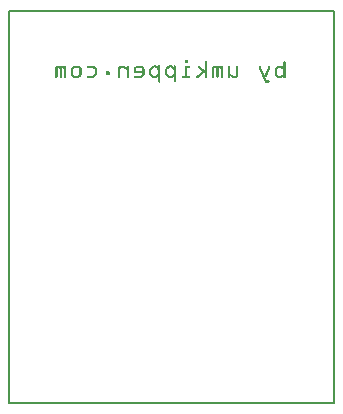
<source format=gbo>
G04 MADE WITH FRITZING*
G04 WWW.FRITZING.ORG*
G04 DOUBLE SIDED*
G04 HOLES PLATED*
G04 CONTOUR ON CENTER OF CONTOUR VECTOR*
%ASAXBY*%
%FSLAX23Y23*%
%MOIN*%
%OFA0B0*%
%SFA1.0B1.0*%
%ADD10R,1.091190X1.314330X1.075190X1.298330*%
%ADD11C,0.008000*%
%ADD12R,0.001000X0.001000*%
%LNSILK0*%
G90*
G70*
G54D11*
X4Y1310D02*
X1087Y1310D01*
X1087Y4D01*
X4Y4D01*
X4Y1310D01*
D02*
G54D12*
X592Y1146D02*
X598Y1146D01*
X591Y1145D02*
X599Y1145D01*
X590Y1144D02*
X600Y1144D01*
X590Y1143D02*
X600Y1143D01*
X659Y1143D02*
X661Y1143D01*
X920Y1143D02*
X922Y1143D01*
X590Y1142D02*
X600Y1142D01*
X657Y1142D02*
X662Y1142D01*
X919Y1142D02*
X923Y1142D01*
X590Y1141D02*
X600Y1141D01*
X657Y1141D02*
X663Y1141D01*
X918Y1141D02*
X924Y1141D01*
X590Y1140D02*
X600Y1140D01*
X657Y1140D02*
X663Y1140D01*
X918Y1140D02*
X924Y1140D01*
X590Y1139D02*
X600Y1139D01*
X657Y1139D02*
X663Y1139D01*
X918Y1139D02*
X924Y1139D01*
X591Y1138D02*
X599Y1138D01*
X657Y1138D02*
X663Y1138D01*
X918Y1138D02*
X924Y1138D01*
X591Y1137D02*
X598Y1137D01*
X657Y1137D02*
X663Y1137D01*
X918Y1137D02*
X924Y1137D01*
X657Y1136D02*
X663Y1136D01*
X918Y1136D02*
X924Y1136D01*
X657Y1135D02*
X663Y1135D01*
X918Y1135D02*
X924Y1135D01*
X657Y1134D02*
X663Y1134D01*
X918Y1134D02*
X924Y1134D01*
X657Y1133D02*
X663Y1133D01*
X918Y1133D02*
X924Y1133D01*
X657Y1132D02*
X663Y1132D01*
X918Y1132D02*
X924Y1132D01*
X657Y1131D02*
X663Y1131D01*
X918Y1131D02*
X924Y1131D01*
X657Y1130D02*
X663Y1130D01*
X918Y1130D02*
X924Y1130D01*
X485Y1129D02*
X492Y1129D01*
X501Y1129D02*
X504Y1129D01*
X537Y1129D02*
X545Y1129D01*
X554Y1129D02*
X557Y1129D01*
X657Y1129D02*
X663Y1129D01*
X918Y1129D02*
X924Y1129D01*
X179Y1128D02*
X181Y1128D01*
X190Y1128D02*
X190Y1128D01*
X221Y1128D02*
X233Y1128D01*
X265Y1128D02*
X281Y1128D01*
X376Y1128D02*
X383Y1128D01*
X398Y1128D02*
X399Y1128D01*
X431Y1128D02*
X442Y1128D01*
X483Y1128D02*
X494Y1128D01*
X500Y1128D02*
X505Y1128D01*
X535Y1128D02*
X547Y1128D01*
X553Y1128D02*
X558Y1128D01*
X593Y1128D02*
X604Y1128D01*
X634Y1128D02*
X635Y1128D01*
X657Y1128D02*
X663Y1128D01*
X702Y1128D02*
X704Y1128D01*
X712Y1128D02*
X713Y1128D01*
X735Y1128D02*
X736Y1128D01*
X764Y1128D02*
X764Y1128D01*
X840Y1128D02*
X840Y1128D01*
X868Y1128D02*
X869Y1128D01*
X901Y1128D02*
X908Y1128D01*
X918Y1128D02*
X924Y1128D01*
X163Y1127D02*
X169Y1127D01*
X176Y1127D02*
X184Y1127D01*
X188Y1127D02*
X192Y1127D01*
X218Y1127D02*
X236Y1127D01*
X263Y1127D02*
X285Y1127D01*
X373Y1127D02*
X386Y1127D01*
X396Y1127D02*
X400Y1127D01*
X427Y1127D02*
X445Y1127D01*
X481Y1127D02*
X496Y1127D01*
X500Y1127D02*
X506Y1127D01*
X533Y1127D02*
X548Y1127D01*
X552Y1127D02*
X558Y1127D01*
X591Y1127D02*
X606Y1127D01*
X633Y1127D02*
X637Y1127D01*
X657Y1127D02*
X663Y1127D01*
X685Y1127D02*
X692Y1127D01*
X699Y1127D02*
X707Y1127D01*
X710Y1127D02*
X715Y1127D01*
X733Y1127D02*
X738Y1127D01*
X762Y1127D02*
X766Y1127D01*
X838Y1127D02*
X842Y1127D01*
X867Y1127D02*
X871Y1127D01*
X898Y1127D02*
X912Y1127D01*
X918Y1127D02*
X924Y1127D01*
X161Y1126D02*
X171Y1126D01*
X175Y1126D02*
X185Y1126D01*
X187Y1126D02*
X193Y1126D01*
X217Y1126D02*
X238Y1126D01*
X262Y1126D02*
X286Y1126D01*
X371Y1126D02*
X388Y1126D01*
X396Y1126D02*
X401Y1126D01*
X426Y1126D02*
X447Y1126D01*
X480Y1126D02*
X497Y1126D01*
X500Y1126D02*
X506Y1126D01*
X532Y1126D02*
X549Y1126D01*
X552Y1126D02*
X558Y1126D01*
X590Y1126D02*
X607Y1126D01*
X632Y1126D02*
X638Y1126D01*
X657Y1126D02*
X663Y1126D01*
X683Y1126D02*
X694Y1126D01*
X698Y1126D02*
X708Y1126D01*
X710Y1126D02*
X715Y1126D01*
X733Y1126D02*
X738Y1126D01*
X761Y1126D02*
X766Y1126D01*
X837Y1126D02*
X843Y1126D01*
X866Y1126D02*
X871Y1126D01*
X896Y1126D02*
X914Y1126D01*
X918Y1126D02*
X924Y1126D01*
X160Y1125D02*
X172Y1125D01*
X174Y1125D02*
X193Y1125D01*
X216Y1125D02*
X239Y1125D01*
X262Y1125D02*
X288Y1125D01*
X370Y1125D02*
X389Y1125D01*
X395Y1125D02*
X401Y1125D01*
X425Y1125D02*
X448Y1125D01*
X479Y1125D02*
X498Y1125D01*
X500Y1125D02*
X506Y1125D01*
X531Y1125D02*
X550Y1125D01*
X552Y1125D02*
X558Y1125D01*
X590Y1125D02*
X607Y1125D01*
X632Y1125D02*
X639Y1125D01*
X657Y1125D02*
X663Y1125D01*
X682Y1125D02*
X695Y1125D01*
X697Y1125D02*
X716Y1125D01*
X732Y1125D02*
X739Y1125D01*
X761Y1125D02*
X767Y1125D01*
X837Y1125D02*
X843Y1125D01*
X866Y1125D02*
X872Y1125D01*
X895Y1125D02*
X915Y1125D01*
X918Y1125D02*
X924Y1125D01*
X159Y1124D02*
X193Y1124D01*
X214Y1124D02*
X240Y1124D01*
X262Y1124D02*
X289Y1124D01*
X369Y1124D02*
X391Y1124D01*
X395Y1124D02*
X402Y1124D01*
X423Y1124D02*
X449Y1124D01*
X477Y1124D02*
X506Y1124D01*
X530Y1124D02*
X558Y1124D01*
X590Y1124D02*
X607Y1124D01*
X632Y1124D02*
X640Y1124D01*
X657Y1124D02*
X663Y1124D01*
X682Y1124D02*
X716Y1124D01*
X732Y1124D02*
X739Y1124D01*
X761Y1124D02*
X767Y1124D01*
X837Y1124D02*
X843Y1124D01*
X866Y1124D02*
X872Y1124D01*
X894Y1124D02*
X916Y1124D01*
X918Y1124D02*
X924Y1124D01*
X158Y1123D02*
X193Y1123D01*
X213Y1123D02*
X241Y1123D01*
X262Y1123D02*
X290Y1123D01*
X369Y1123D02*
X393Y1123D01*
X395Y1123D02*
X402Y1123D01*
X422Y1123D02*
X450Y1123D01*
X476Y1123D02*
X506Y1123D01*
X529Y1123D02*
X558Y1123D01*
X590Y1123D02*
X607Y1123D01*
X632Y1123D02*
X641Y1123D01*
X657Y1123D02*
X663Y1123D01*
X681Y1123D02*
X716Y1123D01*
X732Y1123D02*
X739Y1123D01*
X761Y1123D02*
X767Y1123D01*
X837Y1123D02*
X843Y1123D01*
X866Y1123D02*
X872Y1123D01*
X893Y1123D02*
X924Y1123D01*
X158Y1122D02*
X193Y1122D01*
X212Y1122D02*
X242Y1122D01*
X263Y1122D02*
X291Y1122D01*
X368Y1122D02*
X402Y1122D01*
X421Y1122D02*
X451Y1122D01*
X475Y1122D02*
X486Y1122D01*
X491Y1122D02*
X506Y1122D01*
X528Y1122D02*
X538Y1122D01*
X543Y1122D02*
X558Y1122D01*
X590Y1122D02*
X606Y1122D01*
X633Y1122D02*
X643Y1122D01*
X657Y1122D02*
X663Y1122D01*
X681Y1122D02*
X716Y1122D01*
X732Y1122D02*
X739Y1122D01*
X761Y1122D02*
X767Y1122D01*
X837Y1122D02*
X843Y1122D01*
X866Y1122D02*
X872Y1122D01*
X892Y1122D02*
X924Y1122D01*
X158Y1121D02*
X193Y1121D01*
X212Y1121D02*
X243Y1121D01*
X265Y1121D02*
X292Y1121D01*
X368Y1121D02*
X402Y1121D01*
X421Y1121D02*
X452Y1121D01*
X474Y1121D02*
X484Y1121D01*
X493Y1121D02*
X506Y1121D01*
X526Y1121D02*
X537Y1121D01*
X545Y1121D02*
X558Y1121D01*
X590Y1121D02*
X604Y1121D01*
X634Y1121D02*
X644Y1121D01*
X657Y1121D02*
X663Y1121D01*
X680Y1121D02*
X716Y1121D01*
X732Y1121D02*
X739Y1121D01*
X761Y1121D02*
X767Y1121D01*
X837Y1121D02*
X843Y1121D01*
X866Y1121D02*
X872Y1121D01*
X891Y1121D02*
X924Y1121D01*
X158Y1120D02*
X164Y1120D01*
X168Y1120D02*
X178Y1120D01*
X182Y1120D02*
X193Y1120D01*
X211Y1120D02*
X220Y1120D01*
X235Y1120D02*
X243Y1120D01*
X283Y1120D02*
X293Y1120D01*
X367Y1120D02*
X375Y1120D01*
X385Y1120D02*
X402Y1120D01*
X420Y1120D02*
X429Y1120D01*
X444Y1120D02*
X452Y1120D01*
X473Y1120D02*
X483Y1120D01*
X494Y1120D02*
X506Y1120D01*
X526Y1120D02*
X535Y1120D01*
X546Y1120D02*
X558Y1120D01*
X590Y1120D02*
X596Y1120D01*
X635Y1120D02*
X645Y1120D01*
X657Y1120D02*
X663Y1120D01*
X680Y1120D02*
X687Y1120D01*
X691Y1120D02*
X701Y1120D01*
X705Y1120D02*
X716Y1120D01*
X732Y1120D02*
X739Y1120D01*
X761Y1120D02*
X767Y1120D01*
X837Y1120D02*
X843Y1120D01*
X866Y1120D02*
X872Y1120D01*
X890Y1120D02*
X899Y1120D01*
X910Y1120D02*
X924Y1120D01*
X158Y1119D02*
X164Y1119D01*
X169Y1119D02*
X178Y1119D01*
X183Y1119D02*
X193Y1119D01*
X211Y1119D02*
X218Y1119D01*
X236Y1119D02*
X244Y1119D01*
X284Y1119D02*
X294Y1119D01*
X367Y1119D02*
X374Y1119D01*
X386Y1119D02*
X402Y1119D01*
X420Y1119D02*
X427Y1119D01*
X445Y1119D02*
X453Y1119D01*
X473Y1119D02*
X482Y1119D01*
X495Y1119D02*
X506Y1119D01*
X525Y1119D02*
X534Y1119D01*
X547Y1119D02*
X558Y1119D01*
X590Y1119D02*
X596Y1119D01*
X636Y1119D02*
X646Y1119D01*
X657Y1119D02*
X663Y1119D01*
X680Y1119D02*
X686Y1119D01*
X692Y1119D02*
X701Y1119D01*
X706Y1119D02*
X716Y1119D01*
X732Y1119D02*
X739Y1119D01*
X761Y1119D02*
X767Y1119D01*
X837Y1119D02*
X843Y1119D01*
X865Y1119D02*
X872Y1119D01*
X890Y1119D02*
X898Y1119D01*
X911Y1119D02*
X924Y1119D01*
X158Y1118D02*
X164Y1118D01*
X170Y1118D02*
X178Y1118D01*
X185Y1118D02*
X193Y1118D01*
X210Y1118D02*
X217Y1118D01*
X237Y1118D02*
X244Y1118D01*
X286Y1118D02*
X295Y1118D01*
X367Y1118D02*
X373Y1118D01*
X388Y1118D02*
X402Y1118D01*
X419Y1118D02*
X427Y1118D01*
X446Y1118D02*
X453Y1118D01*
X472Y1118D02*
X481Y1118D01*
X496Y1118D02*
X506Y1118D01*
X524Y1118D02*
X533Y1118D01*
X548Y1118D02*
X558Y1118D01*
X590Y1118D02*
X596Y1118D01*
X637Y1118D02*
X647Y1118D01*
X657Y1118D02*
X663Y1118D01*
X680Y1118D02*
X686Y1118D01*
X693Y1118D02*
X701Y1118D01*
X707Y1118D02*
X716Y1118D01*
X732Y1118D02*
X739Y1118D01*
X761Y1118D02*
X767Y1118D01*
X837Y1118D02*
X844Y1118D01*
X865Y1118D02*
X872Y1118D01*
X890Y1118D02*
X897Y1118D01*
X913Y1118D02*
X924Y1118D01*
X158Y1117D02*
X164Y1117D01*
X171Y1117D02*
X178Y1117D01*
X186Y1117D02*
X193Y1117D01*
X210Y1117D02*
X217Y1117D01*
X238Y1117D02*
X245Y1117D01*
X287Y1117D02*
X296Y1117D01*
X367Y1117D02*
X373Y1117D01*
X389Y1117D02*
X402Y1117D01*
X419Y1117D02*
X426Y1117D01*
X447Y1117D02*
X454Y1117D01*
X472Y1117D02*
X480Y1117D01*
X497Y1117D02*
X506Y1117D01*
X524Y1117D02*
X532Y1117D01*
X549Y1117D02*
X558Y1117D01*
X590Y1117D02*
X596Y1117D01*
X638Y1117D02*
X648Y1117D01*
X657Y1117D02*
X663Y1117D01*
X680Y1117D02*
X686Y1117D01*
X694Y1117D02*
X701Y1117D01*
X708Y1117D02*
X716Y1117D01*
X732Y1117D02*
X739Y1117D01*
X761Y1117D02*
X767Y1117D01*
X837Y1117D02*
X844Y1117D01*
X865Y1117D02*
X872Y1117D01*
X889Y1117D02*
X896Y1117D01*
X914Y1117D02*
X924Y1117D01*
X158Y1116D02*
X164Y1116D01*
X172Y1116D02*
X178Y1116D01*
X187Y1116D02*
X193Y1116D01*
X210Y1116D02*
X216Y1116D01*
X238Y1116D02*
X245Y1116D01*
X288Y1116D02*
X296Y1116D01*
X367Y1116D02*
X373Y1116D01*
X391Y1116D02*
X402Y1116D01*
X419Y1116D02*
X425Y1116D01*
X447Y1116D02*
X454Y1116D01*
X471Y1116D02*
X479Y1116D01*
X498Y1116D02*
X506Y1116D01*
X524Y1116D02*
X531Y1116D01*
X550Y1116D02*
X558Y1116D01*
X590Y1116D02*
X596Y1116D01*
X639Y1116D02*
X650Y1116D01*
X657Y1116D02*
X663Y1116D01*
X680Y1116D02*
X686Y1116D01*
X694Y1116D02*
X701Y1116D01*
X709Y1116D02*
X716Y1116D01*
X732Y1116D02*
X739Y1116D01*
X761Y1116D02*
X767Y1116D01*
X838Y1116D02*
X845Y1116D01*
X864Y1116D02*
X871Y1116D01*
X889Y1116D02*
X896Y1116D01*
X915Y1116D02*
X924Y1116D01*
X158Y1115D02*
X164Y1115D01*
X172Y1115D02*
X178Y1115D01*
X187Y1115D02*
X193Y1115D01*
X210Y1115D02*
X216Y1115D01*
X238Y1115D02*
X245Y1115D01*
X289Y1115D02*
X297Y1115D01*
X367Y1115D02*
X373Y1115D01*
X393Y1115D02*
X402Y1115D01*
X419Y1115D02*
X425Y1115D01*
X447Y1115D02*
X454Y1115D01*
X471Y1115D02*
X478Y1115D01*
X498Y1115D02*
X506Y1115D01*
X523Y1115D02*
X530Y1115D01*
X551Y1115D02*
X558Y1115D01*
X590Y1115D02*
X596Y1115D01*
X641Y1115D02*
X651Y1115D01*
X657Y1115D02*
X663Y1115D01*
X680Y1115D02*
X686Y1115D01*
X694Y1115D02*
X701Y1115D01*
X709Y1115D02*
X716Y1115D01*
X732Y1115D02*
X739Y1115D01*
X761Y1115D02*
X767Y1115D01*
X838Y1115D02*
X845Y1115D01*
X864Y1115D02*
X871Y1115D01*
X889Y1115D02*
X895Y1115D01*
X916Y1115D02*
X924Y1115D01*
X158Y1114D02*
X164Y1114D01*
X172Y1114D02*
X178Y1114D01*
X187Y1114D02*
X193Y1114D01*
X210Y1114D02*
X216Y1114D01*
X238Y1114D02*
X245Y1114D01*
X290Y1114D02*
X297Y1114D01*
X367Y1114D02*
X373Y1114D01*
X394Y1114D02*
X402Y1114D01*
X419Y1114D02*
X425Y1114D01*
X447Y1114D02*
X454Y1114D01*
X471Y1114D02*
X477Y1114D01*
X499Y1114D02*
X506Y1114D01*
X523Y1114D02*
X530Y1114D01*
X552Y1114D02*
X558Y1114D01*
X590Y1114D02*
X596Y1114D01*
X642Y1114D02*
X652Y1114D01*
X657Y1114D02*
X663Y1114D01*
X680Y1114D02*
X686Y1114D01*
X694Y1114D02*
X701Y1114D01*
X709Y1114D02*
X716Y1114D01*
X732Y1114D02*
X739Y1114D01*
X761Y1114D02*
X767Y1114D01*
X838Y1114D02*
X845Y1114D01*
X863Y1114D02*
X870Y1114D01*
X889Y1114D02*
X895Y1114D01*
X917Y1114D02*
X924Y1114D01*
X158Y1113D02*
X164Y1113D01*
X172Y1113D02*
X178Y1113D01*
X187Y1113D02*
X193Y1113D01*
X210Y1113D02*
X216Y1113D01*
X238Y1113D02*
X245Y1113D01*
X290Y1113D02*
X297Y1113D01*
X367Y1113D02*
X373Y1113D01*
X395Y1113D02*
X402Y1113D01*
X419Y1113D02*
X425Y1113D01*
X447Y1113D02*
X454Y1113D01*
X471Y1113D02*
X477Y1113D01*
X500Y1113D02*
X506Y1113D01*
X523Y1113D02*
X530Y1113D01*
X552Y1113D02*
X558Y1113D01*
X590Y1113D02*
X596Y1113D01*
X643Y1113D02*
X653Y1113D01*
X657Y1113D02*
X663Y1113D01*
X680Y1113D02*
X686Y1113D01*
X694Y1113D02*
X701Y1113D01*
X709Y1113D02*
X716Y1113D01*
X732Y1113D02*
X739Y1113D01*
X761Y1113D02*
X767Y1113D01*
X839Y1113D02*
X846Y1113D01*
X863Y1113D02*
X870Y1113D01*
X889Y1113D02*
X895Y1113D01*
X918Y1113D02*
X924Y1113D01*
X158Y1112D02*
X164Y1112D01*
X172Y1112D02*
X178Y1112D01*
X187Y1112D02*
X193Y1112D01*
X210Y1112D02*
X216Y1112D01*
X238Y1112D02*
X245Y1112D01*
X291Y1112D02*
X297Y1112D01*
X367Y1112D02*
X373Y1112D01*
X395Y1112D02*
X402Y1112D01*
X419Y1112D02*
X425Y1112D01*
X447Y1112D02*
X454Y1112D01*
X471Y1112D02*
X477Y1112D01*
X500Y1112D02*
X506Y1112D01*
X523Y1112D02*
X530Y1112D01*
X552Y1112D02*
X558Y1112D01*
X590Y1112D02*
X596Y1112D01*
X644Y1112D02*
X654Y1112D01*
X657Y1112D02*
X663Y1112D01*
X680Y1112D02*
X686Y1112D01*
X694Y1112D02*
X701Y1112D01*
X709Y1112D02*
X716Y1112D01*
X732Y1112D02*
X739Y1112D01*
X761Y1112D02*
X767Y1112D01*
X839Y1112D02*
X846Y1112D01*
X862Y1112D02*
X869Y1112D01*
X889Y1112D02*
X895Y1112D01*
X918Y1112D02*
X924Y1112D01*
X158Y1111D02*
X164Y1111D01*
X172Y1111D02*
X178Y1111D01*
X187Y1111D02*
X193Y1111D01*
X210Y1111D02*
X216Y1111D01*
X238Y1111D02*
X245Y1111D01*
X291Y1111D02*
X297Y1111D01*
X367Y1111D02*
X373Y1111D01*
X395Y1111D02*
X402Y1111D01*
X419Y1111D02*
X425Y1111D01*
X447Y1111D02*
X454Y1111D01*
X471Y1111D02*
X477Y1111D01*
X500Y1111D02*
X506Y1111D01*
X523Y1111D02*
X530Y1111D01*
X552Y1111D02*
X558Y1111D01*
X590Y1111D02*
X596Y1111D01*
X645Y1111D02*
X663Y1111D01*
X680Y1111D02*
X686Y1111D01*
X694Y1111D02*
X701Y1111D01*
X709Y1111D02*
X716Y1111D01*
X732Y1111D02*
X739Y1111D01*
X761Y1111D02*
X767Y1111D01*
X840Y1111D02*
X847Y1111D01*
X862Y1111D02*
X869Y1111D01*
X889Y1111D02*
X895Y1111D01*
X918Y1111D02*
X924Y1111D01*
X158Y1110D02*
X164Y1110D01*
X172Y1110D02*
X178Y1110D01*
X187Y1110D02*
X193Y1110D01*
X210Y1110D02*
X216Y1110D01*
X238Y1110D02*
X245Y1110D01*
X291Y1110D02*
X297Y1110D01*
X367Y1110D02*
X373Y1110D01*
X395Y1110D02*
X402Y1110D01*
X419Y1110D02*
X425Y1110D01*
X447Y1110D02*
X454Y1110D01*
X471Y1110D02*
X477Y1110D01*
X500Y1110D02*
X506Y1110D01*
X523Y1110D02*
X530Y1110D01*
X552Y1110D02*
X558Y1110D01*
X590Y1110D02*
X596Y1110D01*
X646Y1110D02*
X663Y1110D01*
X680Y1110D02*
X686Y1110D01*
X694Y1110D02*
X701Y1110D01*
X709Y1110D02*
X716Y1110D01*
X732Y1110D02*
X739Y1110D01*
X761Y1110D02*
X767Y1110D01*
X840Y1110D02*
X847Y1110D01*
X862Y1110D02*
X869Y1110D01*
X889Y1110D02*
X895Y1110D01*
X918Y1110D02*
X924Y1110D01*
X158Y1109D02*
X164Y1109D01*
X172Y1109D02*
X178Y1109D01*
X187Y1109D02*
X193Y1109D01*
X210Y1109D02*
X216Y1109D01*
X238Y1109D02*
X245Y1109D01*
X291Y1109D02*
X297Y1109D01*
X327Y1109D02*
X337Y1109D01*
X367Y1109D02*
X373Y1109D01*
X395Y1109D02*
X402Y1109D01*
X419Y1109D02*
X454Y1109D01*
X471Y1109D02*
X477Y1109D01*
X500Y1109D02*
X506Y1109D01*
X523Y1109D02*
X530Y1109D01*
X552Y1109D02*
X558Y1109D01*
X590Y1109D02*
X596Y1109D01*
X647Y1109D02*
X663Y1109D01*
X680Y1109D02*
X686Y1109D01*
X694Y1109D02*
X701Y1109D01*
X709Y1109D02*
X716Y1109D01*
X732Y1109D02*
X739Y1109D01*
X761Y1109D02*
X767Y1109D01*
X841Y1109D02*
X848Y1109D01*
X861Y1109D02*
X868Y1109D01*
X889Y1109D02*
X895Y1109D01*
X918Y1109D02*
X924Y1109D01*
X158Y1108D02*
X164Y1108D01*
X172Y1108D02*
X178Y1108D01*
X187Y1108D02*
X193Y1108D01*
X210Y1108D02*
X216Y1108D01*
X238Y1108D02*
X245Y1108D01*
X291Y1108D02*
X297Y1108D01*
X326Y1108D02*
X338Y1108D01*
X367Y1108D02*
X373Y1108D01*
X395Y1108D02*
X402Y1108D01*
X419Y1108D02*
X454Y1108D01*
X471Y1108D02*
X477Y1108D01*
X500Y1108D02*
X506Y1108D01*
X523Y1108D02*
X530Y1108D01*
X552Y1108D02*
X558Y1108D01*
X590Y1108D02*
X596Y1108D01*
X646Y1108D02*
X663Y1108D01*
X680Y1108D02*
X686Y1108D01*
X694Y1108D02*
X701Y1108D01*
X709Y1108D02*
X716Y1108D01*
X732Y1108D02*
X739Y1108D01*
X761Y1108D02*
X767Y1108D01*
X841Y1108D02*
X848Y1108D01*
X861Y1108D02*
X868Y1108D01*
X889Y1108D02*
X895Y1108D01*
X918Y1108D02*
X924Y1108D01*
X158Y1107D02*
X164Y1107D01*
X172Y1107D02*
X178Y1107D01*
X187Y1107D02*
X193Y1107D01*
X210Y1107D02*
X216Y1107D01*
X238Y1107D02*
X245Y1107D01*
X291Y1107D02*
X297Y1107D01*
X325Y1107D02*
X338Y1107D01*
X367Y1107D02*
X373Y1107D01*
X395Y1107D02*
X402Y1107D01*
X419Y1107D02*
X454Y1107D01*
X471Y1107D02*
X477Y1107D01*
X500Y1107D02*
X506Y1107D01*
X523Y1107D02*
X530Y1107D01*
X552Y1107D02*
X558Y1107D01*
X590Y1107D02*
X596Y1107D01*
X645Y1107D02*
X663Y1107D01*
X680Y1107D02*
X686Y1107D01*
X694Y1107D02*
X701Y1107D01*
X709Y1107D02*
X716Y1107D01*
X732Y1107D02*
X739Y1107D01*
X761Y1107D02*
X767Y1107D01*
X842Y1107D02*
X849Y1107D01*
X860Y1107D02*
X867Y1107D01*
X889Y1107D02*
X895Y1107D01*
X918Y1107D02*
X924Y1107D01*
X158Y1106D02*
X164Y1106D01*
X172Y1106D02*
X178Y1106D01*
X187Y1106D02*
X193Y1106D01*
X210Y1106D02*
X216Y1106D01*
X238Y1106D02*
X245Y1106D01*
X291Y1106D02*
X297Y1106D01*
X325Y1106D02*
X339Y1106D01*
X367Y1106D02*
X373Y1106D01*
X395Y1106D02*
X402Y1106D01*
X419Y1106D02*
X454Y1106D01*
X471Y1106D02*
X477Y1106D01*
X500Y1106D02*
X506Y1106D01*
X523Y1106D02*
X530Y1106D01*
X552Y1106D02*
X558Y1106D01*
X590Y1106D02*
X596Y1106D01*
X644Y1106D02*
X663Y1106D01*
X680Y1106D02*
X686Y1106D01*
X694Y1106D02*
X701Y1106D01*
X709Y1106D02*
X716Y1106D01*
X732Y1106D02*
X739Y1106D01*
X761Y1106D02*
X767Y1106D01*
X842Y1106D02*
X849Y1106D01*
X860Y1106D02*
X867Y1106D01*
X889Y1106D02*
X895Y1106D01*
X918Y1106D02*
X924Y1106D01*
X158Y1105D02*
X164Y1105D01*
X172Y1105D02*
X178Y1105D01*
X187Y1105D02*
X193Y1105D01*
X210Y1105D02*
X216Y1105D01*
X238Y1105D02*
X245Y1105D01*
X291Y1105D02*
X297Y1105D01*
X325Y1105D02*
X339Y1105D01*
X367Y1105D02*
X373Y1105D01*
X395Y1105D02*
X402Y1105D01*
X419Y1105D02*
X454Y1105D01*
X471Y1105D02*
X477Y1105D01*
X500Y1105D02*
X506Y1105D01*
X523Y1105D02*
X530Y1105D01*
X552Y1105D02*
X558Y1105D01*
X590Y1105D02*
X596Y1105D01*
X643Y1105D02*
X663Y1105D01*
X680Y1105D02*
X686Y1105D01*
X694Y1105D02*
X701Y1105D01*
X709Y1105D02*
X716Y1105D01*
X732Y1105D02*
X739Y1105D01*
X761Y1105D02*
X767Y1105D01*
X842Y1105D02*
X849Y1105D01*
X859Y1105D02*
X866Y1105D01*
X889Y1105D02*
X895Y1105D01*
X918Y1105D02*
X924Y1105D01*
X158Y1104D02*
X164Y1104D01*
X172Y1104D02*
X178Y1104D01*
X187Y1104D02*
X193Y1104D01*
X210Y1104D02*
X216Y1104D01*
X238Y1104D02*
X245Y1104D01*
X291Y1104D02*
X297Y1104D01*
X325Y1104D02*
X339Y1104D01*
X367Y1104D02*
X373Y1104D01*
X395Y1104D02*
X402Y1104D01*
X420Y1104D02*
X454Y1104D01*
X471Y1104D02*
X477Y1104D01*
X500Y1104D02*
X506Y1104D01*
X523Y1104D02*
X530Y1104D01*
X552Y1104D02*
X558Y1104D01*
X590Y1104D02*
X596Y1104D01*
X641Y1104D02*
X663Y1104D01*
X680Y1104D02*
X686Y1104D01*
X694Y1104D02*
X701Y1104D01*
X709Y1104D02*
X716Y1104D01*
X732Y1104D02*
X739Y1104D01*
X761Y1104D02*
X767Y1104D01*
X843Y1104D02*
X850Y1104D01*
X859Y1104D02*
X866Y1104D01*
X889Y1104D02*
X895Y1104D01*
X918Y1104D02*
X924Y1104D01*
X158Y1103D02*
X164Y1103D01*
X172Y1103D02*
X178Y1103D01*
X187Y1103D02*
X193Y1103D01*
X210Y1103D02*
X216Y1103D01*
X238Y1103D02*
X245Y1103D01*
X291Y1103D02*
X297Y1103D01*
X325Y1103D02*
X339Y1103D01*
X367Y1103D02*
X373Y1103D01*
X395Y1103D02*
X402Y1103D01*
X421Y1103D02*
X454Y1103D01*
X471Y1103D02*
X477Y1103D01*
X500Y1103D02*
X506Y1103D01*
X523Y1103D02*
X530Y1103D01*
X552Y1103D02*
X558Y1103D01*
X590Y1103D02*
X596Y1103D01*
X640Y1103D02*
X650Y1103D01*
X655Y1103D02*
X663Y1103D01*
X680Y1103D02*
X686Y1103D01*
X694Y1103D02*
X701Y1103D01*
X709Y1103D02*
X716Y1103D01*
X732Y1103D02*
X739Y1103D01*
X761Y1103D02*
X767Y1103D01*
X843Y1103D02*
X850Y1103D01*
X859Y1103D02*
X865Y1103D01*
X889Y1103D02*
X895Y1103D01*
X918Y1103D02*
X924Y1103D01*
X158Y1102D02*
X164Y1102D01*
X172Y1102D02*
X178Y1102D01*
X187Y1102D02*
X193Y1102D01*
X210Y1102D02*
X216Y1102D01*
X238Y1102D02*
X245Y1102D01*
X290Y1102D02*
X297Y1102D01*
X325Y1102D02*
X339Y1102D01*
X367Y1102D02*
X373Y1102D01*
X395Y1102D02*
X402Y1102D01*
X447Y1102D02*
X454Y1102D01*
X471Y1102D02*
X477Y1102D01*
X500Y1102D02*
X506Y1102D01*
X523Y1102D02*
X530Y1102D01*
X552Y1102D02*
X558Y1102D01*
X590Y1102D02*
X596Y1102D01*
X639Y1102D02*
X649Y1102D01*
X656Y1102D02*
X663Y1102D01*
X680Y1102D02*
X686Y1102D01*
X694Y1102D02*
X701Y1102D01*
X709Y1102D02*
X716Y1102D01*
X732Y1102D02*
X739Y1102D01*
X761Y1102D02*
X767Y1102D01*
X844Y1102D02*
X851Y1102D01*
X858Y1102D02*
X865Y1102D01*
X889Y1102D02*
X895Y1102D01*
X918Y1102D02*
X924Y1102D01*
X158Y1101D02*
X164Y1101D01*
X172Y1101D02*
X178Y1101D01*
X187Y1101D02*
X193Y1101D01*
X210Y1101D02*
X216Y1101D01*
X238Y1101D02*
X245Y1101D01*
X290Y1101D02*
X297Y1101D01*
X325Y1101D02*
X339Y1101D01*
X367Y1101D02*
X373Y1101D01*
X395Y1101D02*
X402Y1101D01*
X447Y1101D02*
X454Y1101D01*
X471Y1101D02*
X477Y1101D01*
X499Y1101D02*
X506Y1101D01*
X523Y1101D02*
X530Y1101D01*
X551Y1101D02*
X558Y1101D01*
X590Y1101D02*
X596Y1101D01*
X638Y1101D02*
X648Y1101D01*
X656Y1101D02*
X663Y1101D01*
X680Y1101D02*
X686Y1101D01*
X694Y1101D02*
X701Y1101D01*
X709Y1101D02*
X716Y1101D01*
X732Y1101D02*
X740Y1101D01*
X761Y1101D02*
X767Y1101D01*
X844Y1101D02*
X851Y1101D01*
X858Y1101D02*
X865Y1101D01*
X889Y1101D02*
X895Y1101D01*
X917Y1101D02*
X924Y1101D01*
X158Y1100D02*
X164Y1100D01*
X172Y1100D02*
X178Y1100D01*
X187Y1100D02*
X193Y1100D01*
X210Y1100D02*
X216Y1100D01*
X238Y1100D02*
X245Y1100D01*
X289Y1100D02*
X296Y1100D01*
X325Y1100D02*
X339Y1100D01*
X367Y1100D02*
X373Y1100D01*
X395Y1100D02*
X402Y1100D01*
X447Y1100D02*
X454Y1100D01*
X471Y1100D02*
X478Y1100D01*
X498Y1100D02*
X506Y1100D01*
X523Y1100D02*
X530Y1100D01*
X551Y1100D02*
X558Y1100D01*
X590Y1100D02*
X596Y1100D01*
X637Y1100D02*
X647Y1100D01*
X657Y1100D02*
X663Y1100D01*
X680Y1100D02*
X686Y1100D01*
X694Y1100D02*
X701Y1100D01*
X709Y1100D02*
X716Y1100D01*
X732Y1100D02*
X742Y1100D01*
X761Y1100D02*
X767Y1100D01*
X845Y1100D02*
X852Y1100D01*
X857Y1100D02*
X864Y1100D01*
X889Y1100D02*
X895Y1100D01*
X916Y1100D02*
X924Y1100D01*
X158Y1099D02*
X164Y1099D01*
X172Y1099D02*
X178Y1099D01*
X187Y1099D02*
X193Y1099D01*
X210Y1099D02*
X216Y1099D01*
X238Y1099D02*
X245Y1099D01*
X288Y1099D02*
X296Y1099D01*
X325Y1099D02*
X338Y1099D01*
X367Y1099D02*
X373Y1099D01*
X395Y1099D02*
X402Y1099D01*
X447Y1099D02*
X454Y1099D01*
X471Y1099D02*
X479Y1099D01*
X497Y1099D02*
X506Y1099D01*
X524Y1099D02*
X531Y1099D01*
X550Y1099D02*
X558Y1099D01*
X590Y1099D02*
X596Y1099D01*
X636Y1099D02*
X646Y1099D01*
X657Y1099D02*
X663Y1099D01*
X680Y1099D02*
X686Y1099D01*
X694Y1099D02*
X701Y1099D01*
X709Y1099D02*
X716Y1099D01*
X732Y1099D02*
X743Y1099D01*
X761Y1099D02*
X767Y1099D01*
X845Y1099D02*
X852Y1099D01*
X857Y1099D02*
X864Y1099D01*
X889Y1099D02*
X896Y1099D01*
X915Y1099D02*
X924Y1099D01*
X158Y1098D02*
X164Y1098D01*
X172Y1098D02*
X178Y1098D01*
X187Y1098D02*
X193Y1098D01*
X210Y1098D02*
X217Y1098D01*
X238Y1098D02*
X245Y1098D01*
X286Y1098D02*
X296Y1098D01*
X326Y1098D02*
X338Y1098D01*
X367Y1098D02*
X373Y1098D01*
X395Y1098D02*
X402Y1098D01*
X447Y1098D02*
X454Y1098D01*
X472Y1098D02*
X480Y1098D01*
X496Y1098D02*
X506Y1098D01*
X524Y1098D02*
X532Y1098D01*
X549Y1098D02*
X558Y1098D01*
X590Y1098D02*
X596Y1098D01*
X634Y1098D02*
X645Y1098D01*
X657Y1098D02*
X663Y1098D01*
X680Y1098D02*
X686Y1098D01*
X694Y1098D02*
X701Y1098D01*
X709Y1098D02*
X716Y1098D01*
X732Y1098D02*
X745Y1098D01*
X761Y1098D02*
X767Y1098D01*
X845Y1098D02*
X853Y1098D01*
X856Y1098D02*
X863Y1098D01*
X889Y1098D02*
X896Y1098D01*
X914Y1098D02*
X924Y1098D01*
X158Y1097D02*
X164Y1097D01*
X172Y1097D02*
X178Y1097D01*
X187Y1097D02*
X193Y1097D01*
X210Y1097D02*
X218Y1097D01*
X237Y1097D02*
X244Y1097D01*
X285Y1097D02*
X295Y1097D01*
X327Y1097D02*
X337Y1097D01*
X367Y1097D02*
X373Y1097D01*
X395Y1097D02*
X402Y1097D01*
X446Y1097D02*
X453Y1097D01*
X472Y1097D02*
X481Y1097D01*
X495Y1097D02*
X506Y1097D01*
X524Y1097D02*
X533Y1097D01*
X548Y1097D02*
X558Y1097D01*
X590Y1097D02*
X596Y1097D01*
X633Y1097D02*
X643Y1097D01*
X657Y1097D02*
X663Y1097D01*
X680Y1097D02*
X686Y1097D01*
X694Y1097D02*
X701Y1097D01*
X709Y1097D02*
X716Y1097D01*
X732Y1097D02*
X746Y1097D01*
X760Y1097D02*
X767Y1097D01*
X846Y1097D02*
X863Y1097D01*
X890Y1097D02*
X897Y1097D01*
X912Y1097D02*
X924Y1097D01*
X158Y1096D02*
X164Y1096D01*
X172Y1096D02*
X178Y1096D01*
X187Y1096D02*
X193Y1096D01*
X211Y1096D02*
X219Y1096D01*
X236Y1096D02*
X244Y1096D01*
X284Y1096D02*
X294Y1096D01*
X367Y1096D02*
X373Y1096D01*
X395Y1096D02*
X402Y1096D01*
X445Y1096D02*
X453Y1096D01*
X473Y1096D02*
X482Y1096D01*
X494Y1096D02*
X506Y1096D01*
X525Y1096D02*
X534Y1096D01*
X547Y1096D02*
X558Y1096D01*
X590Y1096D02*
X596Y1096D01*
X632Y1096D02*
X642Y1096D01*
X657Y1096D02*
X663Y1096D01*
X680Y1096D02*
X686Y1096D01*
X694Y1096D02*
X701Y1096D01*
X709Y1096D02*
X716Y1096D01*
X732Y1096D02*
X748Y1096D01*
X760Y1096D02*
X767Y1096D01*
X846Y1096D02*
X862Y1096D01*
X890Y1096D02*
X898Y1096D01*
X911Y1096D02*
X924Y1096D01*
X158Y1095D02*
X164Y1095D01*
X172Y1095D02*
X178Y1095D01*
X187Y1095D02*
X193Y1095D01*
X211Y1095D02*
X220Y1095D01*
X234Y1095D02*
X243Y1095D01*
X283Y1095D02*
X293Y1095D01*
X367Y1095D02*
X373Y1095D01*
X395Y1095D02*
X402Y1095D01*
X443Y1095D02*
X453Y1095D01*
X473Y1095D02*
X483Y1095D01*
X493Y1095D02*
X506Y1095D01*
X526Y1095D02*
X536Y1095D01*
X546Y1095D02*
X558Y1095D01*
X590Y1095D02*
X596Y1095D01*
X631Y1095D02*
X641Y1095D01*
X657Y1095D02*
X663Y1095D01*
X680Y1095D02*
X686Y1095D01*
X694Y1095D02*
X701Y1095D01*
X709Y1095D02*
X716Y1095D01*
X732Y1095D02*
X750Y1095D01*
X759Y1095D02*
X766Y1095D01*
X847Y1095D02*
X862Y1095D01*
X890Y1095D02*
X900Y1095D01*
X910Y1095D02*
X924Y1095D01*
X158Y1094D02*
X164Y1094D01*
X172Y1094D02*
X178Y1094D01*
X187Y1094D02*
X193Y1094D01*
X212Y1094D02*
X243Y1094D01*
X264Y1094D02*
X292Y1094D01*
X367Y1094D02*
X373Y1094D01*
X395Y1094D02*
X402Y1094D01*
X421Y1094D02*
X452Y1094D01*
X474Y1094D02*
X485Y1094D01*
X492Y1094D02*
X506Y1094D01*
X527Y1094D02*
X537Y1094D01*
X545Y1094D02*
X558Y1094D01*
X581Y1094D02*
X605Y1094D01*
X630Y1094D02*
X640Y1094D01*
X657Y1094D02*
X663Y1094D01*
X680Y1094D02*
X686Y1094D01*
X694Y1094D02*
X701Y1094D01*
X709Y1094D02*
X716Y1094D01*
X732Y1094D02*
X766Y1094D01*
X847Y1094D02*
X862Y1094D01*
X891Y1094D02*
X924Y1094D01*
X158Y1093D02*
X164Y1093D01*
X172Y1093D02*
X178Y1093D01*
X187Y1093D02*
X193Y1093D01*
X213Y1093D02*
X242Y1093D01*
X263Y1093D02*
X291Y1093D01*
X367Y1093D02*
X373Y1093D01*
X395Y1093D02*
X402Y1093D01*
X420Y1093D02*
X451Y1093D01*
X475Y1093D02*
X486Y1093D01*
X490Y1093D02*
X506Y1093D01*
X528Y1093D02*
X539Y1093D01*
X543Y1093D02*
X558Y1093D01*
X580Y1093D02*
X606Y1093D01*
X629Y1093D02*
X639Y1093D01*
X657Y1093D02*
X663Y1093D01*
X680Y1093D02*
X686Y1093D01*
X694Y1093D02*
X701Y1093D01*
X709Y1093D02*
X716Y1093D01*
X732Y1093D02*
X766Y1093D01*
X848Y1093D02*
X861Y1093D01*
X892Y1093D02*
X924Y1093D01*
X158Y1092D02*
X164Y1092D01*
X172Y1092D02*
X178Y1092D01*
X187Y1092D02*
X193Y1092D01*
X214Y1092D02*
X241Y1092D01*
X262Y1092D02*
X290Y1092D01*
X367Y1092D02*
X373Y1092D01*
X395Y1092D02*
X402Y1092D01*
X419Y1092D02*
X450Y1092D01*
X477Y1092D02*
X506Y1092D01*
X529Y1092D02*
X558Y1092D01*
X579Y1092D02*
X607Y1092D01*
X628Y1092D02*
X638Y1092D01*
X657Y1092D02*
X663Y1092D01*
X680Y1092D02*
X686Y1092D01*
X694Y1092D02*
X701Y1092D01*
X709Y1092D02*
X716Y1092D01*
X732Y1092D02*
X739Y1092D01*
X742Y1092D02*
X765Y1092D01*
X848Y1092D02*
X861Y1092D01*
X893Y1092D02*
X924Y1092D01*
X158Y1091D02*
X164Y1091D01*
X172Y1091D02*
X178Y1091D01*
X187Y1091D02*
X193Y1091D01*
X215Y1091D02*
X240Y1091D01*
X262Y1091D02*
X289Y1091D01*
X367Y1091D02*
X373Y1091D01*
X395Y1091D02*
X402Y1091D01*
X419Y1091D02*
X449Y1091D01*
X478Y1091D02*
X506Y1091D01*
X530Y1091D02*
X558Y1091D01*
X579Y1091D02*
X607Y1091D01*
X628Y1091D02*
X636Y1091D01*
X657Y1091D02*
X663Y1091D01*
X680Y1091D02*
X686Y1091D01*
X694Y1091D02*
X701Y1091D01*
X709Y1091D02*
X716Y1091D01*
X732Y1091D02*
X739Y1091D01*
X743Y1091D02*
X764Y1091D01*
X849Y1091D02*
X860Y1091D01*
X894Y1091D02*
X916Y1091D01*
X918Y1091D02*
X924Y1091D01*
X158Y1090D02*
X164Y1090D01*
X172Y1090D02*
X178Y1090D01*
X187Y1090D02*
X193Y1090D01*
X216Y1090D02*
X239Y1090D01*
X262Y1090D02*
X287Y1090D01*
X367Y1090D02*
X373Y1090D01*
X395Y1090D02*
X401Y1090D01*
X419Y1090D02*
X448Y1090D01*
X479Y1090D02*
X498Y1090D01*
X500Y1090D02*
X506Y1090D01*
X531Y1090D02*
X550Y1090D01*
X552Y1090D02*
X558Y1090D01*
X579Y1090D02*
X607Y1090D01*
X628Y1090D02*
X635Y1090D01*
X657Y1090D02*
X663Y1090D01*
X680Y1090D02*
X686Y1090D01*
X695Y1090D02*
X701Y1090D01*
X710Y1090D02*
X716Y1090D01*
X732Y1090D02*
X738Y1090D01*
X745Y1090D02*
X763Y1090D01*
X849Y1090D02*
X856Y1090D01*
X895Y1090D02*
X915Y1090D01*
X918Y1090D02*
X924Y1090D01*
X158Y1089D02*
X163Y1089D01*
X172Y1089D02*
X178Y1089D01*
X187Y1089D02*
X193Y1089D01*
X217Y1089D02*
X237Y1089D01*
X263Y1089D02*
X286Y1089D01*
X368Y1089D02*
X373Y1089D01*
X396Y1089D02*
X401Y1089D01*
X419Y1089D02*
X446Y1089D01*
X480Y1089D02*
X497Y1089D01*
X500Y1089D02*
X506Y1089D01*
X532Y1089D02*
X549Y1089D01*
X552Y1089D02*
X558Y1089D01*
X580Y1089D02*
X606Y1089D01*
X628Y1089D02*
X634Y1089D01*
X657Y1089D02*
X662Y1089D01*
X681Y1089D02*
X686Y1089D01*
X695Y1089D02*
X700Y1089D01*
X710Y1089D02*
X715Y1089D01*
X733Y1089D02*
X738Y1089D01*
X746Y1089D02*
X762Y1089D01*
X849Y1089D02*
X856Y1089D01*
X897Y1089D02*
X913Y1089D01*
X918Y1089D02*
X924Y1089D01*
X159Y1088D02*
X162Y1088D01*
X173Y1088D02*
X177Y1088D01*
X188Y1088D02*
X192Y1088D01*
X219Y1088D02*
X236Y1088D01*
X263Y1088D02*
X284Y1088D01*
X368Y1088D02*
X372Y1088D01*
X397Y1088D02*
X400Y1088D01*
X420Y1088D02*
X445Y1088D01*
X481Y1088D02*
X496Y1088D01*
X500Y1088D02*
X506Y1088D01*
X534Y1088D02*
X548Y1088D01*
X552Y1088D02*
X558Y1088D01*
X581Y1088D02*
X606Y1088D01*
X629Y1088D02*
X633Y1088D01*
X658Y1088D02*
X661Y1088D01*
X681Y1088D02*
X685Y1088D01*
X696Y1088D02*
X699Y1088D01*
X711Y1088D02*
X714Y1088D01*
X734Y1088D02*
X737Y1088D01*
X749Y1088D02*
X760Y1088D01*
X850Y1088D02*
X857Y1088D01*
X898Y1088D02*
X911Y1088D01*
X919Y1088D02*
X923Y1088D01*
X483Y1087D02*
X494Y1087D01*
X500Y1087D02*
X506Y1087D01*
X535Y1087D02*
X546Y1087D01*
X552Y1087D02*
X558Y1087D01*
X850Y1087D02*
X857Y1087D01*
X485Y1086D02*
X492Y1086D01*
X500Y1086D02*
X506Y1086D01*
X537Y1086D02*
X544Y1086D01*
X552Y1086D02*
X558Y1086D01*
X851Y1086D02*
X858Y1086D01*
X500Y1085D02*
X506Y1085D01*
X552Y1085D02*
X558Y1085D01*
X851Y1085D02*
X858Y1085D01*
X500Y1084D02*
X506Y1084D01*
X552Y1084D02*
X558Y1084D01*
X852Y1084D02*
X859Y1084D01*
X500Y1083D02*
X506Y1083D01*
X552Y1083D02*
X558Y1083D01*
X852Y1083D02*
X859Y1083D01*
X500Y1082D02*
X506Y1082D01*
X552Y1082D02*
X558Y1082D01*
X852Y1082D02*
X859Y1082D01*
X500Y1081D02*
X506Y1081D01*
X552Y1081D02*
X558Y1081D01*
X853Y1081D02*
X860Y1081D01*
X500Y1080D02*
X506Y1080D01*
X552Y1080D02*
X558Y1080D01*
X853Y1080D02*
X860Y1080D01*
X500Y1079D02*
X506Y1079D01*
X552Y1079D02*
X558Y1079D01*
X854Y1079D02*
X869Y1079D01*
X500Y1078D02*
X506Y1078D01*
X552Y1078D02*
X558Y1078D01*
X854Y1078D02*
X871Y1078D01*
X500Y1077D02*
X506Y1077D01*
X552Y1077D02*
X558Y1077D01*
X855Y1077D02*
X871Y1077D01*
X500Y1076D02*
X506Y1076D01*
X552Y1076D02*
X558Y1076D01*
X855Y1076D02*
X871Y1076D01*
X500Y1075D02*
X506Y1075D01*
X552Y1075D02*
X558Y1075D01*
X856Y1075D02*
X871Y1075D01*
X500Y1074D02*
X506Y1074D01*
X552Y1074D02*
X558Y1074D01*
X856Y1074D02*
X871Y1074D01*
X501Y1073D02*
X505Y1073D01*
X553Y1073D02*
X557Y1073D01*
X857Y1073D02*
X871Y1073D01*
X502Y1072D02*
X504Y1072D01*
X555Y1072D02*
X556Y1072D01*
X858Y1072D02*
X869Y1072D01*
D02*
G04 End of Silk0*
M02*
</source>
